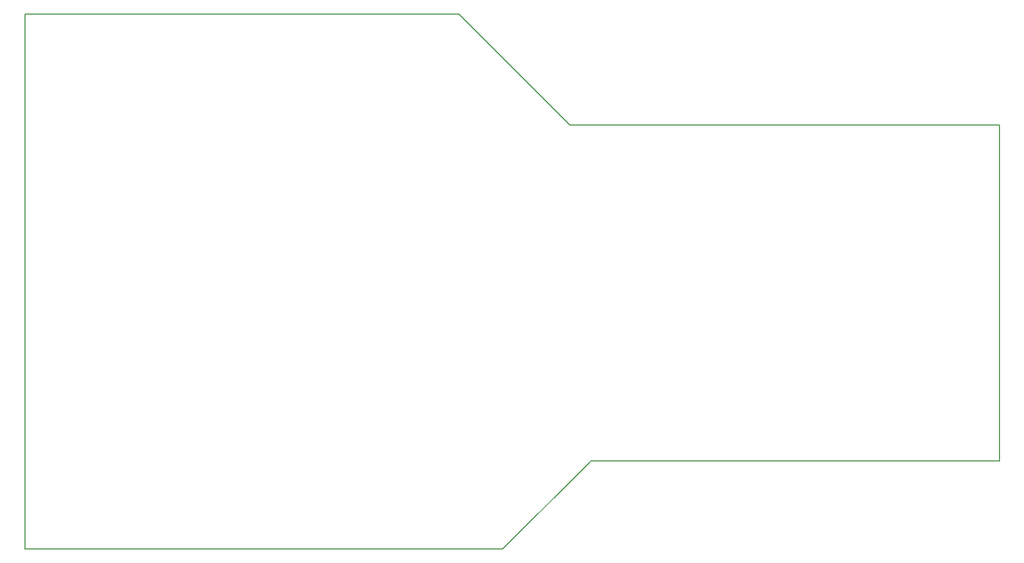
<source format=gbr>
G04 #@! TF.FileFunction,Other,User*
%FSLAX46Y46*%
G04 Gerber Fmt 4.6, Leading zero omitted, Abs format (unit mm)*
G04 Created by KiCad (PCBNEW 4.0.5) date 04/10/17 15:13:47*
%MOMM*%
%LPD*%
G01*
G04 APERTURE LIST*
%ADD10C,0.100000*%
%ADD11C,0.200000*%
G04 APERTURE END LIST*
D10*
D11*
X0Y86995000D02*
X0Y0D01*
X70548500Y86995000D02*
X0Y86995000D01*
X88582500Y68961000D02*
X70548500Y86995000D01*
X158369000Y68961000D02*
X88582500Y68961000D01*
X158369000Y14351000D02*
X158369000Y68961000D01*
X92011500Y14351000D02*
X158369000Y14351000D01*
X91884500Y14224000D02*
X92011500Y14351000D01*
X91757500Y14097000D02*
X91884500Y14224000D01*
X77660500Y0D02*
X91757500Y14097000D01*
X71120000Y0D02*
X77660500Y0D01*
X0Y0D02*
X71120000Y0D01*
M02*

</source>
